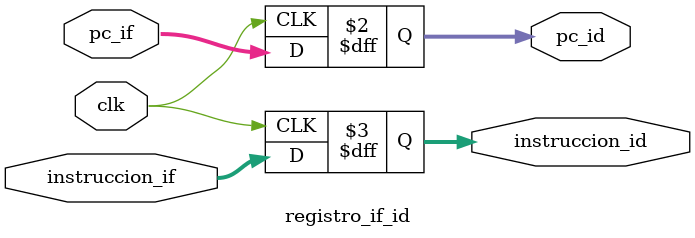
<source format=sv>
module registro_if_id(clk,pc_if,pc_id,instruccion_id,instruccion_if);

input clk;
input [31:0] pc_if,instruccion_if;
output logic [31:0] pc_id,instruccion_id;

always @(posedge clk)
   begin
	pc_id<=pc_if;
	instruccion_id<=instruccion_if;
	end
	
	
endmodule

</source>
